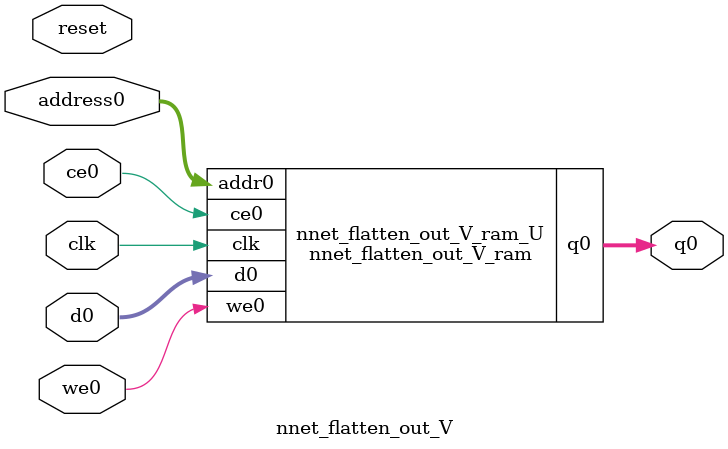
<source format=v>

`timescale 1 ns / 1 ps
module nnet_flatten_out_V_ram (addr0, ce0, d0, we0, q0,  clk);

parameter DWIDTH = 24;
parameter AWIDTH = 10;
parameter MEM_SIZE = 576;

input[AWIDTH-1:0] addr0;
input ce0;
input[DWIDTH-1:0] d0;
input we0;
output reg[DWIDTH-1:0] q0;
input clk;

(* ram_style = "block" *)reg [DWIDTH-1:0] ram[0:MEM_SIZE-1];




always @(posedge clk)  
begin 
    if (ce0) 
    begin
        if (we0) 
        begin 
            ram[addr0] <= d0; 
            q0 <= d0;
        end 
        else 
            q0 <= ram[addr0];
    end
end


endmodule


`timescale 1 ns / 1 ps
module nnet_flatten_out_V(
    reset,
    clk,
    address0,
    ce0,
    we0,
    d0,
    q0);

parameter DataWidth = 32'd24;
parameter AddressRange = 32'd576;
parameter AddressWidth = 32'd10;
input reset;
input clk;
input[AddressWidth - 1:0] address0;
input ce0;
input we0;
input[DataWidth - 1:0] d0;
output[DataWidth - 1:0] q0;



nnet_flatten_out_V_ram nnet_flatten_out_V_ram_U(
    .clk( clk ),
    .addr0( address0 ),
    .ce0( ce0 ),
    .d0( d0 ),
    .we0( we0 ),
    .q0( q0 ));

endmodule


</source>
